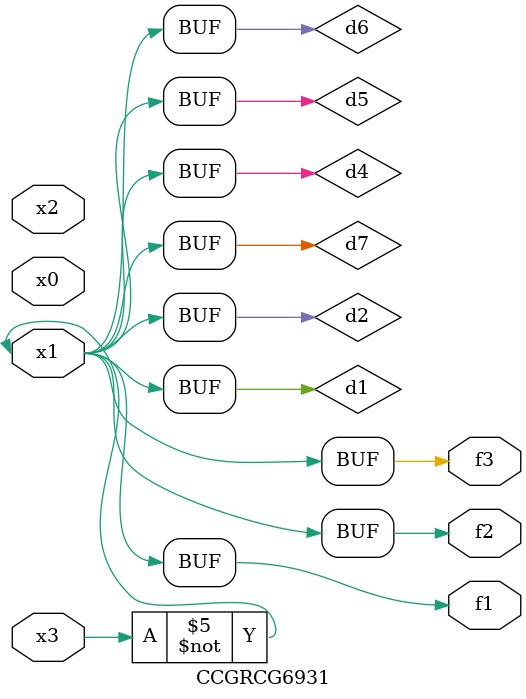
<source format=v>
module CCGRCG6931(
	input x0, x1, x2, x3,
	output f1, f2, f3
);

	wire d1, d2, d3, d4, d5, d6, d7;

	not (d1, x3);
	buf (d2, x1);
	xnor (d3, d1, d2);
	nor (d4, d1);
	buf (d5, d1, d2);
	buf (d6, d4, d5);
	nand (d7, d4);
	assign f1 = d6;
	assign f2 = d7;
	assign f3 = d6;
endmodule

</source>
